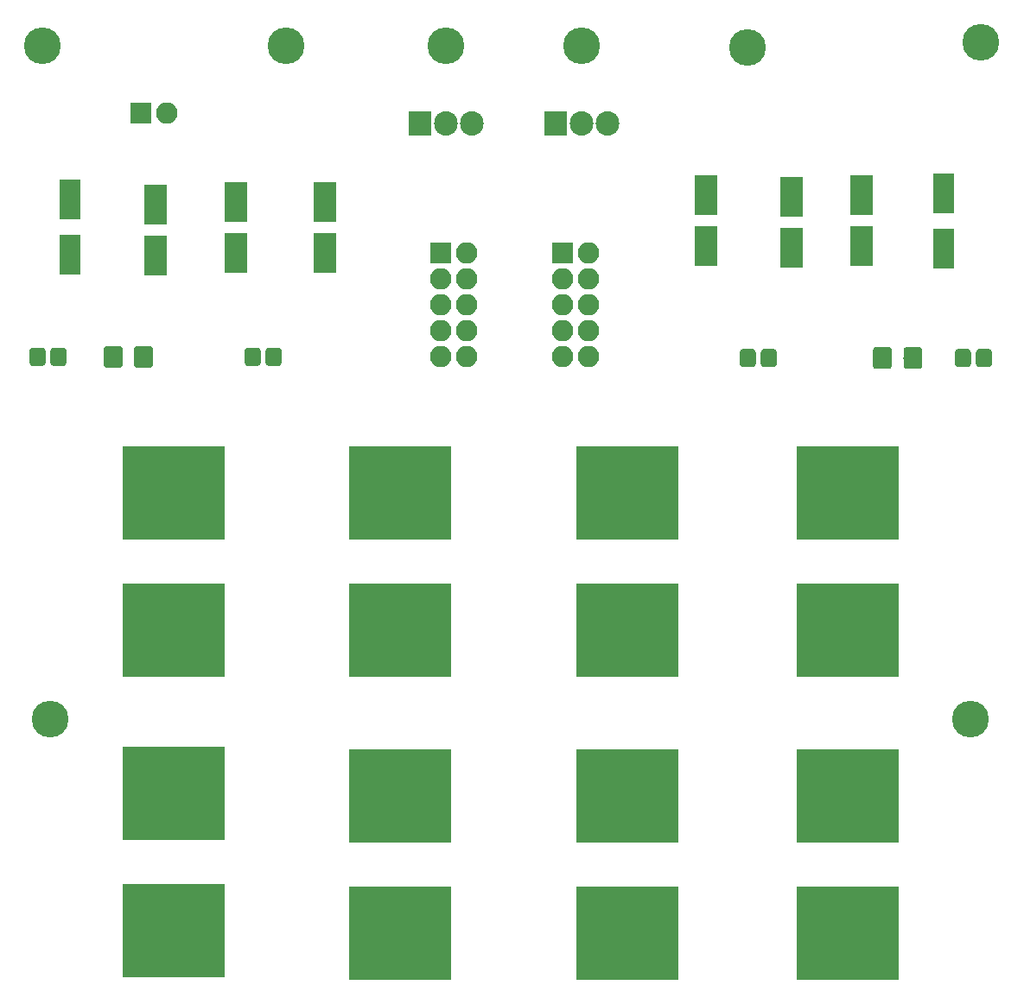
<source format=gbr>
G04 #@! TF.GenerationSoftware,KiCad,Pcbnew,(5.0.0-3-g5ebb6b6)*
G04 #@! TF.CreationDate,2019-01-11T00:48:24+00:00*
G04 #@! TF.ProjectId,AdjustablePSU,41646A75737461626C655053552E6B69,rev?*
G04 #@! TF.SameCoordinates,Original*
G04 #@! TF.FileFunction,Soldermask,Top*
G04 #@! TF.FilePolarity,Negative*
%FSLAX46Y46*%
G04 Gerber Fmt 4.6, Leading zero omitted, Abs format (unit mm)*
G04 Created by KiCad (PCBNEW (5.0.0-3-g5ebb6b6)) date Friday, 11 January 2019 at 00:48:24*
%MOMM*%
%LPD*%
G01*
G04 APERTURE LIST*
%ADD10R,2.305000X2.400000*%
%ADD11O,2.305000X2.400000*%
%ADD12R,2.100000X2.100000*%
%ADD13O,2.100000X2.100000*%
%ADD14C,0.100000*%
%ADD15C,1.550000*%
%ADD16R,10.000000X9.200000*%
%ADD17R,2.000000X3.900000*%
%ADD18C,1.825000*%
%ADD19R,2.200000X3.900000*%
%ADD20C,3.600000*%
G04 APERTURE END LIST*
D10*
G04 #@! TO.C,U_POSREG1*
X153035000Y-67310000D03*
D11*
X155575000Y-67310000D03*
X158115000Y-67310000D03*
G04 #@! TD*
D12*
G04 #@! TO.C,J_OUT1*
X141732000Y-80010000D03*
D13*
X144272000Y-80010000D03*
X141732000Y-82550000D03*
X144272000Y-82550000D03*
X141732000Y-85090000D03*
X144272000Y-85090000D03*
X141732000Y-87630000D03*
X144272000Y-87630000D03*
X141732000Y-90170000D03*
X144272000Y-90170000D03*
G04 #@! TD*
D11*
G04 #@! TO.C,U_NEGREG1*
X144780000Y-67310000D03*
X142240000Y-67310000D03*
D10*
X139700000Y-67310000D03*
G04 #@! TD*
D12*
G04 #@! TO.C,J_OUT2*
X153670000Y-80010000D03*
D13*
X156210000Y-80010000D03*
X153670000Y-82550000D03*
X156210000Y-82550000D03*
X153670000Y-85090000D03*
X156210000Y-85090000D03*
X153670000Y-87630000D03*
X156210000Y-87630000D03*
X153670000Y-90170000D03*
X156210000Y-90170000D03*
G04 #@! TD*
D12*
G04 #@! TO.C,J_PWR1*
X112395000Y-66294000D03*
D13*
X114935000Y-66294000D03*
G04 #@! TD*
D14*
G04 #@! TO.C,C_NEG1*
G36*
X125829071Y-89271623D02*
X125861781Y-89276475D01*
X125893857Y-89284509D01*
X125924991Y-89295649D01*
X125954884Y-89309787D01*
X125983247Y-89326787D01*
X126009807Y-89346485D01*
X126034308Y-89368692D01*
X126056515Y-89393193D01*
X126076213Y-89419753D01*
X126093213Y-89448116D01*
X126107351Y-89478009D01*
X126118491Y-89509143D01*
X126126525Y-89541219D01*
X126131377Y-89573929D01*
X126133000Y-89606956D01*
X126133000Y-90733044D01*
X126131377Y-90766071D01*
X126126525Y-90798781D01*
X126118491Y-90830857D01*
X126107351Y-90861991D01*
X126093213Y-90891884D01*
X126076213Y-90920247D01*
X126056515Y-90946807D01*
X126034308Y-90971308D01*
X126009807Y-90993515D01*
X125983247Y-91013213D01*
X125954884Y-91030213D01*
X125924991Y-91044351D01*
X125893857Y-91055491D01*
X125861781Y-91063525D01*
X125829071Y-91068377D01*
X125796044Y-91070000D01*
X124919956Y-91070000D01*
X124886929Y-91068377D01*
X124854219Y-91063525D01*
X124822143Y-91055491D01*
X124791009Y-91044351D01*
X124761116Y-91030213D01*
X124732753Y-91013213D01*
X124706193Y-90993515D01*
X124681692Y-90971308D01*
X124659485Y-90946807D01*
X124639787Y-90920247D01*
X124622787Y-90891884D01*
X124608649Y-90861991D01*
X124597509Y-90830857D01*
X124589475Y-90798781D01*
X124584623Y-90766071D01*
X124583000Y-90733044D01*
X124583000Y-89606956D01*
X124584623Y-89573929D01*
X124589475Y-89541219D01*
X124597509Y-89509143D01*
X124608649Y-89478009D01*
X124622787Y-89448116D01*
X124639787Y-89419753D01*
X124659485Y-89393193D01*
X124681692Y-89368692D01*
X124706193Y-89346485D01*
X124732753Y-89326787D01*
X124761116Y-89309787D01*
X124791009Y-89295649D01*
X124822143Y-89284509D01*
X124854219Y-89276475D01*
X124886929Y-89271623D01*
X124919956Y-89270000D01*
X125796044Y-89270000D01*
X125829071Y-89271623D01*
X125829071Y-89271623D01*
G37*
D15*
X125358000Y-90170000D03*
D14*
G36*
X123779071Y-89271623D02*
X123811781Y-89276475D01*
X123843857Y-89284509D01*
X123874991Y-89295649D01*
X123904884Y-89309787D01*
X123933247Y-89326787D01*
X123959807Y-89346485D01*
X123984308Y-89368692D01*
X124006515Y-89393193D01*
X124026213Y-89419753D01*
X124043213Y-89448116D01*
X124057351Y-89478009D01*
X124068491Y-89509143D01*
X124076525Y-89541219D01*
X124081377Y-89573929D01*
X124083000Y-89606956D01*
X124083000Y-90733044D01*
X124081377Y-90766071D01*
X124076525Y-90798781D01*
X124068491Y-90830857D01*
X124057351Y-90861991D01*
X124043213Y-90891884D01*
X124026213Y-90920247D01*
X124006515Y-90946807D01*
X123984308Y-90971308D01*
X123959807Y-90993515D01*
X123933247Y-91013213D01*
X123904884Y-91030213D01*
X123874991Y-91044351D01*
X123843857Y-91055491D01*
X123811781Y-91063525D01*
X123779071Y-91068377D01*
X123746044Y-91070000D01*
X122869956Y-91070000D01*
X122836929Y-91068377D01*
X122804219Y-91063525D01*
X122772143Y-91055491D01*
X122741009Y-91044351D01*
X122711116Y-91030213D01*
X122682753Y-91013213D01*
X122656193Y-90993515D01*
X122631692Y-90971308D01*
X122609485Y-90946807D01*
X122589787Y-90920247D01*
X122572787Y-90891884D01*
X122558649Y-90861991D01*
X122547509Y-90830857D01*
X122539475Y-90798781D01*
X122534623Y-90766071D01*
X122533000Y-90733044D01*
X122533000Y-89606956D01*
X122534623Y-89573929D01*
X122539475Y-89541219D01*
X122547509Y-89509143D01*
X122558649Y-89478009D01*
X122572787Y-89448116D01*
X122589787Y-89419753D01*
X122609485Y-89393193D01*
X122631692Y-89368692D01*
X122656193Y-89346485D01*
X122682753Y-89326787D01*
X122711116Y-89309787D01*
X122741009Y-89295649D01*
X122772143Y-89284509D01*
X122804219Y-89276475D01*
X122836929Y-89271623D01*
X122869956Y-89270000D01*
X123746044Y-89270000D01*
X123779071Y-89271623D01*
X123779071Y-89271623D01*
G37*
D15*
X123308000Y-90170000D03*
G04 #@! TD*
D16*
G04 #@! TO.C,C_NEG2*
X137795000Y-103486000D03*
X137795000Y-116986000D03*
G04 #@! TD*
G04 #@! TO.C,C_NEG3*
X115570000Y-116986000D03*
X115570000Y-103486000D03*
G04 #@! TD*
G04 #@! TO.C,C_NEG4*
X115570000Y-146450000D03*
X115570000Y-132950000D03*
G04 #@! TD*
G04 #@! TO.C,C_NEG5*
X137795000Y-133204000D03*
X137795000Y-146704000D03*
G04 #@! TD*
D17*
G04 #@! TO.C,C_NEG6*
X105410000Y-80170000D03*
X105410000Y-74770000D03*
G04 #@! TD*
D14*
G04 #@! TO.C,C_POS1*
G36*
X174343071Y-89398623D02*
X174375781Y-89403475D01*
X174407857Y-89411509D01*
X174438991Y-89422649D01*
X174468884Y-89436787D01*
X174497247Y-89453787D01*
X174523807Y-89473485D01*
X174548308Y-89495692D01*
X174570515Y-89520193D01*
X174590213Y-89546753D01*
X174607213Y-89575116D01*
X174621351Y-89605009D01*
X174632491Y-89636143D01*
X174640525Y-89668219D01*
X174645377Y-89700929D01*
X174647000Y-89733956D01*
X174647000Y-90860044D01*
X174645377Y-90893071D01*
X174640525Y-90925781D01*
X174632491Y-90957857D01*
X174621351Y-90988991D01*
X174607213Y-91018884D01*
X174590213Y-91047247D01*
X174570515Y-91073807D01*
X174548308Y-91098308D01*
X174523807Y-91120515D01*
X174497247Y-91140213D01*
X174468884Y-91157213D01*
X174438991Y-91171351D01*
X174407857Y-91182491D01*
X174375781Y-91190525D01*
X174343071Y-91195377D01*
X174310044Y-91197000D01*
X173433956Y-91197000D01*
X173400929Y-91195377D01*
X173368219Y-91190525D01*
X173336143Y-91182491D01*
X173305009Y-91171351D01*
X173275116Y-91157213D01*
X173246753Y-91140213D01*
X173220193Y-91120515D01*
X173195692Y-91098308D01*
X173173485Y-91073807D01*
X173153787Y-91047247D01*
X173136787Y-91018884D01*
X173122649Y-90988991D01*
X173111509Y-90957857D01*
X173103475Y-90925781D01*
X173098623Y-90893071D01*
X173097000Y-90860044D01*
X173097000Y-89733956D01*
X173098623Y-89700929D01*
X173103475Y-89668219D01*
X173111509Y-89636143D01*
X173122649Y-89605009D01*
X173136787Y-89575116D01*
X173153787Y-89546753D01*
X173173485Y-89520193D01*
X173195692Y-89495692D01*
X173220193Y-89473485D01*
X173246753Y-89453787D01*
X173275116Y-89436787D01*
X173305009Y-89422649D01*
X173336143Y-89411509D01*
X173368219Y-89403475D01*
X173400929Y-89398623D01*
X173433956Y-89397000D01*
X174310044Y-89397000D01*
X174343071Y-89398623D01*
X174343071Y-89398623D01*
G37*
D15*
X173872000Y-90297000D03*
D14*
G36*
X172293071Y-89398623D02*
X172325781Y-89403475D01*
X172357857Y-89411509D01*
X172388991Y-89422649D01*
X172418884Y-89436787D01*
X172447247Y-89453787D01*
X172473807Y-89473485D01*
X172498308Y-89495692D01*
X172520515Y-89520193D01*
X172540213Y-89546753D01*
X172557213Y-89575116D01*
X172571351Y-89605009D01*
X172582491Y-89636143D01*
X172590525Y-89668219D01*
X172595377Y-89700929D01*
X172597000Y-89733956D01*
X172597000Y-90860044D01*
X172595377Y-90893071D01*
X172590525Y-90925781D01*
X172582491Y-90957857D01*
X172571351Y-90988991D01*
X172557213Y-91018884D01*
X172540213Y-91047247D01*
X172520515Y-91073807D01*
X172498308Y-91098308D01*
X172473807Y-91120515D01*
X172447247Y-91140213D01*
X172418884Y-91157213D01*
X172388991Y-91171351D01*
X172357857Y-91182491D01*
X172325781Y-91190525D01*
X172293071Y-91195377D01*
X172260044Y-91197000D01*
X171383956Y-91197000D01*
X171350929Y-91195377D01*
X171318219Y-91190525D01*
X171286143Y-91182491D01*
X171255009Y-91171351D01*
X171225116Y-91157213D01*
X171196753Y-91140213D01*
X171170193Y-91120515D01*
X171145692Y-91098308D01*
X171123485Y-91073807D01*
X171103787Y-91047247D01*
X171086787Y-91018884D01*
X171072649Y-90988991D01*
X171061509Y-90957857D01*
X171053475Y-90925781D01*
X171048623Y-90893071D01*
X171047000Y-90860044D01*
X171047000Y-89733956D01*
X171048623Y-89700929D01*
X171053475Y-89668219D01*
X171061509Y-89636143D01*
X171072649Y-89605009D01*
X171086787Y-89575116D01*
X171103787Y-89546753D01*
X171123485Y-89520193D01*
X171145692Y-89495692D01*
X171170193Y-89473485D01*
X171196753Y-89453787D01*
X171225116Y-89436787D01*
X171255009Y-89422649D01*
X171286143Y-89411509D01*
X171318219Y-89403475D01*
X171350929Y-89398623D01*
X171383956Y-89397000D01*
X172260044Y-89397000D01*
X172293071Y-89398623D01*
X172293071Y-89398623D01*
G37*
D15*
X171822000Y-90297000D03*
G04 #@! TD*
D16*
G04 #@! TO.C,C_POS2*
X160020000Y-146704000D03*
X160020000Y-133204000D03*
G04 #@! TD*
G04 #@! TO.C,C_POS3*
X160020000Y-116986000D03*
X160020000Y-103486000D03*
G04 #@! TD*
G04 #@! TO.C,C_POS4*
X181610000Y-146704000D03*
X181610000Y-133204000D03*
G04 #@! TD*
G04 #@! TO.C,C_POS5*
X181610000Y-116986000D03*
X181610000Y-103486000D03*
G04 #@! TD*
D17*
G04 #@! TO.C,C_POS6*
X191008000Y-79535000D03*
X191008000Y-74135000D03*
G04 #@! TD*
D14*
G04 #@! TO.C,D_NEG4*
G36*
X110261207Y-89096542D02*
X110292287Y-89101152D01*
X110322766Y-89108787D01*
X110352350Y-89119372D01*
X110380754Y-89132806D01*
X110407704Y-89148959D01*
X110432942Y-89167677D01*
X110456223Y-89188777D01*
X110477323Y-89212058D01*
X110496041Y-89237296D01*
X110512194Y-89264246D01*
X110525628Y-89292650D01*
X110536213Y-89322234D01*
X110543848Y-89352713D01*
X110548458Y-89383793D01*
X110550000Y-89415176D01*
X110550000Y-90924824D01*
X110548458Y-90956207D01*
X110543848Y-90987287D01*
X110536213Y-91017766D01*
X110525628Y-91047350D01*
X110512194Y-91075754D01*
X110496041Y-91102704D01*
X110477323Y-91127942D01*
X110456223Y-91151223D01*
X110432942Y-91172323D01*
X110407704Y-91191041D01*
X110380754Y-91207194D01*
X110352350Y-91220628D01*
X110322766Y-91231213D01*
X110292287Y-91238848D01*
X110261207Y-91243458D01*
X110229824Y-91245000D01*
X109045176Y-91245000D01*
X109013793Y-91243458D01*
X108982713Y-91238848D01*
X108952234Y-91231213D01*
X108922650Y-91220628D01*
X108894246Y-91207194D01*
X108867296Y-91191041D01*
X108842058Y-91172323D01*
X108818777Y-91151223D01*
X108797677Y-91127942D01*
X108778959Y-91102704D01*
X108762806Y-91075754D01*
X108749372Y-91047350D01*
X108738787Y-91017766D01*
X108731152Y-90987287D01*
X108726542Y-90956207D01*
X108725000Y-90924824D01*
X108725000Y-89415176D01*
X108726542Y-89383793D01*
X108731152Y-89352713D01*
X108738787Y-89322234D01*
X108749372Y-89292650D01*
X108762806Y-89264246D01*
X108778959Y-89237296D01*
X108797677Y-89212058D01*
X108818777Y-89188777D01*
X108842058Y-89167677D01*
X108867296Y-89148959D01*
X108894246Y-89132806D01*
X108922650Y-89119372D01*
X108952234Y-89108787D01*
X108982713Y-89101152D01*
X109013793Y-89096542D01*
X109045176Y-89095000D01*
X110229824Y-89095000D01*
X110261207Y-89096542D01*
X110261207Y-89096542D01*
G37*
D18*
X109637500Y-90170000D03*
D14*
G36*
X113236207Y-89096542D02*
X113267287Y-89101152D01*
X113297766Y-89108787D01*
X113327350Y-89119372D01*
X113355754Y-89132806D01*
X113382704Y-89148959D01*
X113407942Y-89167677D01*
X113431223Y-89188777D01*
X113452323Y-89212058D01*
X113471041Y-89237296D01*
X113487194Y-89264246D01*
X113500628Y-89292650D01*
X113511213Y-89322234D01*
X113518848Y-89352713D01*
X113523458Y-89383793D01*
X113525000Y-89415176D01*
X113525000Y-90924824D01*
X113523458Y-90956207D01*
X113518848Y-90987287D01*
X113511213Y-91017766D01*
X113500628Y-91047350D01*
X113487194Y-91075754D01*
X113471041Y-91102704D01*
X113452323Y-91127942D01*
X113431223Y-91151223D01*
X113407942Y-91172323D01*
X113382704Y-91191041D01*
X113355754Y-91207194D01*
X113327350Y-91220628D01*
X113297766Y-91231213D01*
X113267287Y-91238848D01*
X113236207Y-91243458D01*
X113204824Y-91245000D01*
X112020176Y-91245000D01*
X111988793Y-91243458D01*
X111957713Y-91238848D01*
X111927234Y-91231213D01*
X111897650Y-91220628D01*
X111869246Y-91207194D01*
X111842296Y-91191041D01*
X111817058Y-91172323D01*
X111793777Y-91151223D01*
X111772677Y-91127942D01*
X111753959Y-91102704D01*
X111737806Y-91075754D01*
X111724372Y-91047350D01*
X111713787Y-91017766D01*
X111706152Y-90987287D01*
X111701542Y-90956207D01*
X111700000Y-90924824D01*
X111700000Y-89415176D01*
X111701542Y-89383793D01*
X111706152Y-89352713D01*
X111713787Y-89322234D01*
X111724372Y-89292650D01*
X111737806Y-89264246D01*
X111753959Y-89237296D01*
X111772677Y-89212058D01*
X111793777Y-89188777D01*
X111817058Y-89167677D01*
X111842296Y-89148959D01*
X111869246Y-89132806D01*
X111897650Y-89119372D01*
X111927234Y-89108787D01*
X111957713Y-89101152D01*
X111988793Y-89096542D01*
X112020176Y-89095000D01*
X113204824Y-89095000D01*
X113236207Y-89096542D01*
X113236207Y-89096542D01*
G37*
D18*
X112612500Y-90170000D03*
G04 #@! TD*
D14*
G04 #@! TO.C,D_POS4*
G36*
X188610707Y-89223542D02*
X188641787Y-89228152D01*
X188672266Y-89235787D01*
X188701850Y-89246372D01*
X188730254Y-89259806D01*
X188757204Y-89275959D01*
X188782442Y-89294677D01*
X188805723Y-89315777D01*
X188826823Y-89339058D01*
X188845541Y-89364296D01*
X188861694Y-89391246D01*
X188875128Y-89419650D01*
X188885713Y-89449234D01*
X188893348Y-89479713D01*
X188897958Y-89510793D01*
X188899500Y-89542176D01*
X188899500Y-91051824D01*
X188897958Y-91083207D01*
X188893348Y-91114287D01*
X188885713Y-91144766D01*
X188875128Y-91174350D01*
X188861694Y-91202754D01*
X188845541Y-91229704D01*
X188826823Y-91254942D01*
X188805723Y-91278223D01*
X188782442Y-91299323D01*
X188757204Y-91318041D01*
X188730254Y-91334194D01*
X188701850Y-91347628D01*
X188672266Y-91358213D01*
X188641787Y-91365848D01*
X188610707Y-91370458D01*
X188579324Y-91372000D01*
X187394676Y-91372000D01*
X187363293Y-91370458D01*
X187332213Y-91365848D01*
X187301734Y-91358213D01*
X187272150Y-91347628D01*
X187243746Y-91334194D01*
X187216796Y-91318041D01*
X187191558Y-91299323D01*
X187168277Y-91278223D01*
X187147177Y-91254942D01*
X187128459Y-91229704D01*
X187112306Y-91202754D01*
X187098872Y-91174350D01*
X187088287Y-91144766D01*
X187080652Y-91114287D01*
X187076042Y-91083207D01*
X187074500Y-91051824D01*
X187074500Y-89542176D01*
X187076042Y-89510793D01*
X187080652Y-89479713D01*
X187088287Y-89449234D01*
X187098872Y-89419650D01*
X187112306Y-89391246D01*
X187128459Y-89364296D01*
X187147177Y-89339058D01*
X187168277Y-89315777D01*
X187191558Y-89294677D01*
X187216796Y-89275959D01*
X187243746Y-89259806D01*
X187272150Y-89246372D01*
X187301734Y-89235787D01*
X187332213Y-89228152D01*
X187363293Y-89223542D01*
X187394676Y-89222000D01*
X188579324Y-89222000D01*
X188610707Y-89223542D01*
X188610707Y-89223542D01*
G37*
D18*
X187987000Y-90297000D03*
D14*
G36*
X185635707Y-89223542D02*
X185666787Y-89228152D01*
X185697266Y-89235787D01*
X185726850Y-89246372D01*
X185755254Y-89259806D01*
X185782204Y-89275959D01*
X185807442Y-89294677D01*
X185830723Y-89315777D01*
X185851823Y-89339058D01*
X185870541Y-89364296D01*
X185886694Y-89391246D01*
X185900128Y-89419650D01*
X185910713Y-89449234D01*
X185918348Y-89479713D01*
X185922958Y-89510793D01*
X185924500Y-89542176D01*
X185924500Y-91051824D01*
X185922958Y-91083207D01*
X185918348Y-91114287D01*
X185910713Y-91144766D01*
X185900128Y-91174350D01*
X185886694Y-91202754D01*
X185870541Y-91229704D01*
X185851823Y-91254942D01*
X185830723Y-91278223D01*
X185807442Y-91299323D01*
X185782204Y-91318041D01*
X185755254Y-91334194D01*
X185726850Y-91347628D01*
X185697266Y-91358213D01*
X185666787Y-91365848D01*
X185635707Y-91370458D01*
X185604324Y-91372000D01*
X184419676Y-91372000D01*
X184388293Y-91370458D01*
X184357213Y-91365848D01*
X184326734Y-91358213D01*
X184297150Y-91347628D01*
X184268746Y-91334194D01*
X184241796Y-91318041D01*
X184216558Y-91299323D01*
X184193277Y-91278223D01*
X184172177Y-91254942D01*
X184153459Y-91229704D01*
X184137306Y-91202754D01*
X184123872Y-91174350D01*
X184113287Y-91144766D01*
X184105652Y-91114287D01*
X184101042Y-91083207D01*
X184099500Y-91051824D01*
X184099500Y-89542176D01*
X184101042Y-89510793D01*
X184105652Y-89479713D01*
X184113287Y-89449234D01*
X184123872Y-89419650D01*
X184137306Y-89391246D01*
X184153459Y-89364296D01*
X184172177Y-89339058D01*
X184193277Y-89315777D01*
X184216558Y-89294677D01*
X184241796Y-89275959D01*
X184268746Y-89259806D01*
X184297150Y-89246372D01*
X184326734Y-89235787D01*
X184357213Y-89228152D01*
X184388293Y-89223542D01*
X184419676Y-89222000D01*
X185604324Y-89222000D01*
X185635707Y-89223542D01*
X185635707Y-89223542D01*
G37*
D18*
X185012000Y-90297000D03*
G04 #@! TD*
D14*
G04 #@! TO.C,R_NEG1*
G36*
X102697071Y-89271623D02*
X102729781Y-89276475D01*
X102761857Y-89284509D01*
X102792991Y-89295649D01*
X102822884Y-89309787D01*
X102851247Y-89326787D01*
X102877807Y-89346485D01*
X102902308Y-89368692D01*
X102924515Y-89393193D01*
X102944213Y-89419753D01*
X102961213Y-89448116D01*
X102975351Y-89478009D01*
X102986491Y-89509143D01*
X102994525Y-89541219D01*
X102999377Y-89573929D01*
X103001000Y-89606956D01*
X103001000Y-90733044D01*
X102999377Y-90766071D01*
X102994525Y-90798781D01*
X102986491Y-90830857D01*
X102975351Y-90861991D01*
X102961213Y-90891884D01*
X102944213Y-90920247D01*
X102924515Y-90946807D01*
X102902308Y-90971308D01*
X102877807Y-90993515D01*
X102851247Y-91013213D01*
X102822884Y-91030213D01*
X102792991Y-91044351D01*
X102761857Y-91055491D01*
X102729781Y-91063525D01*
X102697071Y-91068377D01*
X102664044Y-91070000D01*
X101787956Y-91070000D01*
X101754929Y-91068377D01*
X101722219Y-91063525D01*
X101690143Y-91055491D01*
X101659009Y-91044351D01*
X101629116Y-91030213D01*
X101600753Y-91013213D01*
X101574193Y-90993515D01*
X101549692Y-90971308D01*
X101527485Y-90946807D01*
X101507787Y-90920247D01*
X101490787Y-90891884D01*
X101476649Y-90861991D01*
X101465509Y-90830857D01*
X101457475Y-90798781D01*
X101452623Y-90766071D01*
X101451000Y-90733044D01*
X101451000Y-89606956D01*
X101452623Y-89573929D01*
X101457475Y-89541219D01*
X101465509Y-89509143D01*
X101476649Y-89478009D01*
X101490787Y-89448116D01*
X101507787Y-89419753D01*
X101527485Y-89393193D01*
X101549692Y-89368692D01*
X101574193Y-89346485D01*
X101600753Y-89326787D01*
X101629116Y-89309787D01*
X101659009Y-89295649D01*
X101690143Y-89284509D01*
X101722219Y-89276475D01*
X101754929Y-89271623D01*
X101787956Y-89270000D01*
X102664044Y-89270000D01*
X102697071Y-89271623D01*
X102697071Y-89271623D01*
G37*
D15*
X102226000Y-90170000D03*
D14*
G36*
X104747071Y-89271623D02*
X104779781Y-89276475D01*
X104811857Y-89284509D01*
X104842991Y-89295649D01*
X104872884Y-89309787D01*
X104901247Y-89326787D01*
X104927807Y-89346485D01*
X104952308Y-89368692D01*
X104974515Y-89393193D01*
X104994213Y-89419753D01*
X105011213Y-89448116D01*
X105025351Y-89478009D01*
X105036491Y-89509143D01*
X105044525Y-89541219D01*
X105049377Y-89573929D01*
X105051000Y-89606956D01*
X105051000Y-90733044D01*
X105049377Y-90766071D01*
X105044525Y-90798781D01*
X105036491Y-90830857D01*
X105025351Y-90861991D01*
X105011213Y-90891884D01*
X104994213Y-90920247D01*
X104974515Y-90946807D01*
X104952308Y-90971308D01*
X104927807Y-90993515D01*
X104901247Y-91013213D01*
X104872884Y-91030213D01*
X104842991Y-91044351D01*
X104811857Y-91055491D01*
X104779781Y-91063525D01*
X104747071Y-91068377D01*
X104714044Y-91070000D01*
X103837956Y-91070000D01*
X103804929Y-91068377D01*
X103772219Y-91063525D01*
X103740143Y-91055491D01*
X103709009Y-91044351D01*
X103679116Y-91030213D01*
X103650753Y-91013213D01*
X103624193Y-90993515D01*
X103599692Y-90971308D01*
X103577485Y-90946807D01*
X103557787Y-90920247D01*
X103540787Y-90891884D01*
X103526649Y-90861991D01*
X103515509Y-90830857D01*
X103507475Y-90798781D01*
X103502623Y-90766071D01*
X103501000Y-90733044D01*
X103501000Y-89606956D01*
X103502623Y-89573929D01*
X103507475Y-89541219D01*
X103515509Y-89509143D01*
X103526649Y-89478009D01*
X103540787Y-89448116D01*
X103557787Y-89419753D01*
X103577485Y-89393193D01*
X103599692Y-89368692D01*
X103624193Y-89346485D01*
X103650753Y-89326787D01*
X103679116Y-89309787D01*
X103709009Y-89295649D01*
X103740143Y-89284509D01*
X103772219Y-89276475D01*
X103804929Y-89271623D01*
X103837956Y-89270000D01*
X104714044Y-89270000D01*
X104747071Y-89271623D01*
X104747071Y-89271623D01*
G37*
D15*
X104276000Y-90170000D03*
G04 #@! TD*
D14*
G04 #@! TO.C,R_POS1*
G36*
X193375071Y-89398623D02*
X193407781Y-89403475D01*
X193439857Y-89411509D01*
X193470991Y-89422649D01*
X193500884Y-89436787D01*
X193529247Y-89453787D01*
X193555807Y-89473485D01*
X193580308Y-89495692D01*
X193602515Y-89520193D01*
X193622213Y-89546753D01*
X193639213Y-89575116D01*
X193653351Y-89605009D01*
X193664491Y-89636143D01*
X193672525Y-89668219D01*
X193677377Y-89700929D01*
X193679000Y-89733956D01*
X193679000Y-90860044D01*
X193677377Y-90893071D01*
X193672525Y-90925781D01*
X193664491Y-90957857D01*
X193653351Y-90988991D01*
X193639213Y-91018884D01*
X193622213Y-91047247D01*
X193602515Y-91073807D01*
X193580308Y-91098308D01*
X193555807Y-91120515D01*
X193529247Y-91140213D01*
X193500884Y-91157213D01*
X193470991Y-91171351D01*
X193439857Y-91182491D01*
X193407781Y-91190525D01*
X193375071Y-91195377D01*
X193342044Y-91197000D01*
X192465956Y-91197000D01*
X192432929Y-91195377D01*
X192400219Y-91190525D01*
X192368143Y-91182491D01*
X192337009Y-91171351D01*
X192307116Y-91157213D01*
X192278753Y-91140213D01*
X192252193Y-91120515D01*
X192227692Y-91098308D01*
X192205485Y-91073807D01*
X192185787Y-91047247D01*
X192168787Y-91018884D01*
X192154649Y-90988991D01*
X192143509Y-90957857D01*
X192135475Y-90925781D01*
X192130623Y-90893071D01*
X192129000Y-90860044D01*
X192129000Y-89733956D01*
X192130623Y-89700929D01*
X192135475Y-89668219D01*
X192143509Y-89636143D01*
X192154649Y-89605009D01*
X192168787Y-89575116D01*
X192185787Y-89546753D01*
X192205485Y-89520193D01*
X192227692Y-89495692D01*
X192252193Y-89473485D01*
X192278753Y-89453787D01*
X192307116Y-89436787D01*
X192337009Y-89422649D01*
X192368143Y-89411509D01*
X192400219Y-89403475D01*
X192432929Y-89398623D01*
X192465956Y-89397000D01*
X193342044Y-89397000D01*
X193375071Y-89398623D01*
X193375071Y-89398623D01*
G37*
D15*
X192904000Y-90297000D03*
D14*
G36*
X195425071Y-89398623D02*
X195457781Y-89403475D01*
X195489857Y-89411509D01*
X195520991Y-89422649D01*
X195550884Y-89436787D01*
X195579247Y-89453787D01*
X195605807Y-89473485D01*
X195630308Y-89495692D01*
X195652515Y-89520193D01*
X195672213Y-89546753D01*
X195689213Y-89575116D01*
X195703351Y-89605009D01*
X195714491Y-89636143D01*
X195722525Y-89668219D01*
X195727377Y-89700929D01*
X195729000Y-89733956D01*
X195729000Y-90860044D01*
X195727377Y-90893071D01*
X195722525Y-90925781D01*
X195714491Y-90957857D01*
X195703351Y-90988991D01*
X195689213Y-91018884D01*
X195672213Y-91047247D01*
X195652515Y-91073807D01*
X195630308Y-91098308D01*
X195605807Y-91120515D01*
X195579247Y-91140213D01*
X195550884Y-91157213D01*
X195520991Y-91171351D01*
X195489857Y-91182491D01*
X195457781Y-91190525D01*
X195425071Y-91195377D01*
X195392044Y-91197000D01*
X194515956Y-91197000D01*
X194482929Y-91195377D01*
X194450219Y-91190525D01*
X194418143Y-91182491D01*
X194387009Y-91171351D01*
X194357116Y-91157213D01*
X194328753Y-91140213D01*
X194302193Y-91120515D01*
X194277692Y-91098308D01*
X194255485Y-91073807D01*
X194235787Y-91047247D01*
X194218787Y-91018884D01*
X194204649Y-90988991D01*
X194193509Y-90957857D01*
X194185475Y-90925781D01*
X194180623Y-90893071D01*
X194179000Y-90860044D01*
X194179000Y-89733956D01*
X194180623Y-89700929D01*
X194185475Y-89668219D01*
X194193509Y-89636143D01*
X194204649Y-89605009D01*
X194218787Y-89575116D01*
X194235787Y-89546753D01*
X194255485Y-89520193D01*
X194277692Y-89495692D01*
X194302193Y-89473485D01*
X194328753Y-89453787D01*
X194357116Y-89436787D01*
X194387009Y-89422649D01*
X194418143Y-89411509D01*
X194450219Y-89403475D01*
X194482929Y-89398623D01*
X194515956Y-89397000D01*
X195392044Y-89397000D01*
X195425071Y-89398623D01*
X195425071Y-89398623D01*
G37*
D15*
X194954000Y-90297000D03*
G04 #@! TD*
D19*
G04 #@! TO.C,D_NEG1*
X130429000Y-79970000D03*
X130429000Y-74970000D03*
G04 #@! TD*
G04 #@! TO.C,D_NEG2*
X121666000Y-79970000D03*
X121666000Y-74970000D03*
G04 #@! TD*
G04 #@! TO.C,D_NEG3*
X113792000Y-75224000D03*
X113792000Y-80224000D03*
G04 #@! TD*
G04 #@! TO.C,D_POS1*
X167767000Y-79335000D03*
X167767000Y-74335000D03*
G04 #@! TD*
G04 #@! TO.C,D_POS2*
X176149000Y-79462000D03*
X176149000Y-74462000D03*
G04 #@! TD*
G04 #@! TO.C,D_POS3*
X183007000Y-74335000D03*
X183007000Y-79335000D03*
G04 #@! TD*
D20*
G04 #@! TO.C,REF\002A\002A*
X171831000Y-59817000D03*
G04 #@! TD*
G04 #@! TO.C,REF\002A\002A*
X126619000Y-59690000D03*
G04 #@! TD*
G04 #@! TO.C,REF\002A\002A*
X102743000Y-59690000D03*
G04 #@! TD*
G04 #@! TO.C,REF\002A\002A*
X194691000Y-59309000D03*
G04 #@! TD*
G04 #@! TO.C,REF\002A\002A*
X193675000Y-125730000D03*
G04 #@! TD*
G04 #@! TO.C,REF\002A\002A*
X103505000Y-125730000D03*
G04 #@! TD*
G04 #@! TO.C,REF\002A\002A*
X142240000Y-59690000D03*
G04 #@! TD*
G04 #@! TO.C,REF\002A\002A*
X155575000Y-59690000D03*
G04 #@! TD*
M02*

</source>
